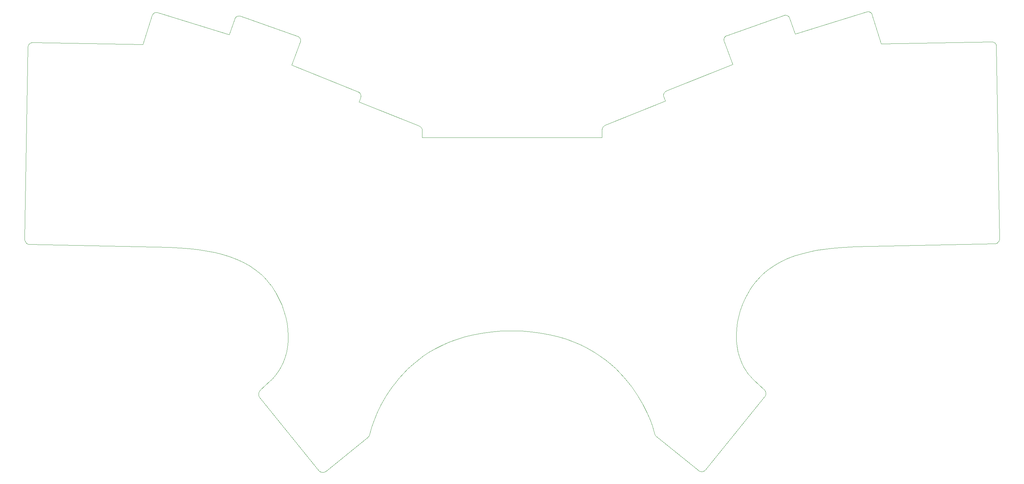
<source format=gbr>
%TF.GenerationSoftware,KiCad,Pcbnew,8.0.3*%
%TF.CreationDate,2024-06-12T18:49:01-04:00*%
%TF.ProjectId,Jack32v6-rounded,4a61636b-3332-4763-962d-726f756e6465,0.6*%
%TF.SameCoordinates,Original*%
%TF.FileFunction,Profile,NP*%
%FSLAX46Y46*%
G04 Gerber Fmt 4.6, Leading zero omitted, Abs format (unit mm)*
G04 Created by KiCad (PCBNEW 8.0.3) date 2024-06-12 18:49:01*
%MOMM*%
%LPD*%
G01*
G04 APERTURE LIST*
%TA.AperFunction,Profile*%
%ADD10C,0.100000*%
%TD*%
G04 APERTURE END LIST*
D10*
X46845555Y-38058659D02*
X46803313Y-38089911D01*
X84748596Y-45586207D02*
X84769705Y-45532448D01*
X231887607Y-37669503D02*
X231940127Y-37675105D01*
X211475694Y-39341578D02*
X211494424Y-39396368D01*
X100410538Y-59842210D02*
X100425094Y-59787047D01*
X134252094Y-120671837D02*
X136801017Y-120474029D01*
X176582475Y-147295059D02*
X176602892Y-147339784D01*
X189620983Y-156542624D02*
X189664225Y-156497991D01*
X46406028Y-38660904D02*
X44041288Y-46177397D01*
X78855510Y-131302948D02*
X78431772Y-131867741D01*
X100372768Y-59950602D02*
X100393096Y-59896764D01*
X13558183Y-97278726D02*
X13593478Y-97342445D01*
X207573855Y-103412364D02*
X206005238Y-104488191D01*
X265883461Y-96403492D02*
X265884326Y-96470741D01*
X189318248Y-156758964D02*
X189373209Y-156729198D01*
X82552765Y-51498062D02*
X84748596Y-45586207D01*
X131829146Y-120991719D02*
X134252094Y-120671837D01*
X194629489Y-44311414D02*
X194662351Y-44264451D01*
X119766510Y-125025762D02*
X121497520Y-124141741D01*
X125285724Y-122603670D02*
X127349006Y-121965651D01*
X116154176Y-67825651D02*
X116098993Y-67746412D01*
X194450679Y-45174551D02*
X194440438Y-45119028D01*
X211494424Y-39396368D02*
X212930157Y-43450208D01*
X73961887Y-137030049D02*
X73971886Y-137093352D01*
X178857025Y-59648667D02*
X178842471Y-59593504D01*
X66507637Y-101176080D02*
X68308122Y-101859921D01*
X264519954Y-45706486D02*
X264574634Y-45744624D01*
X91069655Y-157013067D02*
X91130970Y-156987950D01*
X194426598Y-44951482D02*
X194427716Y-44895599D01*
X13755072Y-97574023D02*
X13799362Y-97624573D01*
X14237754Y-46806961D02*
X14232243Y-46871855D01*
X74094720Y-137456551D02*
X74125395Y-137513394D01*
X189575465Y-156584862D02*
X189620983Y-156542624D01*
X76101175Y-107290861D02*
X76739814Y-108049231D01*
X14288408Y-97966084D02*
X14344145Y-97984302D01*
X163601570Y-67176842D02*
X163686486Y-67135310D01*
X264682145Y-97835190D02*
X264616637Y-97839235D01*
X265038898Y-46743955D02*
X265883461Y-96403492D01*
X179519235Y-58253064D02*
X179570426Y-58229827D01*
X211136646Y-38845596D02*
X211178397Y-38880995D01*
X189203955Y-156810685D02*
X189261787Y-156786137D01*
X204932692Y-135702241D02*
X204879410Y-135645757D01*
X14463495Y-46165698D02*
X14428101Y-46216983D01*
X265423129Y-97478370D02*
X265377506Y-97522755D01*
X265843146Y-96746851D02*
X265822903Y-96816136D01*
X194598812Y-44359842D02*
X194629489Y-44311414D01*
X15513681Y-45669670D02*
X15446970Y-45671932D01*
X205317175Y-136643825D02*
X205314722Y-136579001D01*
X84839852Y-45089137D02*
X84835816Y-45033382D01*
X205314722Y-136579001D02*
X205309083Y-136514042D01*
X163229364Y-67477547D02*
X163295310Y-67406633D01*
X163686486Y-67135310D02*
X163773835Y-67101123D01*
X47594243Y-37867604D02*
X47540190Y-37862313D01*
X218468565Y-99556250D02*
X216526257Y-99941354D01*
X188322934Y-156860247D02*
X188386354Y-156875910D01*
X265377506Y-97522755D02*
X265331234Y-97564190D01*
X198508704Y-127305198D02*
X199023347Y-128648755D01*
X74334904Y-135895776D02*
X74285214Y-135953506D01*
X194735003Y-44175307D02*
X194774978Y-44133323D01*
X265000332Y-46424018D02*
X265012447Y-46486191D01*
X176532379Y-147155997D02*
X176547183Y-147203119D01*
X155648288Y-123308322D02*
X157494375Y-124111831D01*
X102497910Y-147754228D02*
X102525493Y-147712544D01*
X123336244Y-123331705D02*
X125285724Y-122603670D01*
X176900050Y-147730325D02*
X176938270Y-147762687D01*
X264839470Y-46023445D02*
X264871501Y-46076381D01*
X116345320Y-68448885D02*
X116344834Y-68402379D01*
X84816887Y-45368089D02*
X84827129Y-45312566D01*
X210058692Y-38636272D02*
X210113108Y-38616114D01*
X90432159Y-157094522D02*
X90495958Y-157099770D01*
X15114598Y-45730662D02*
X15049912Y-45751604D01*
X91191325Y-156959616D02*
X91250589Y-156928032D01*
X90753203Y-157091545D02*
X90817379Y-157082021D01*
X13468421Y-97078457D02*
X13495412Y-97146428D01*
X84828831Y-44977844D02*
X84818867Y-44922610D01*
X46468637Y-38504858D02*
X46445560Y-38555446D01*
X205172876Y-137263012D02*
X205200684Y-137204949D01*
X84450062Y-44286733D02*
X84404881Y-44248558D01*
X205108689Y-137375383D02*
X205142201Y-137319856D01*
X67914360Y-39282788D02*
X67885862Y-39330078D01*
X205225597Y-137145767D02*
X205247585Y-137085564D01*
X102681212Y-147343937D02*
X103294470Y-145219577D01*
X14924102Y-45802354D02*
X14863422Y-45832079D01*
X203169913Y-107104358D02*
X202531274Y-107862728D01*
X102297772Y-147979506D02*
X102335098Y-147945122D01*
X74013506Y-136448378D02*
X73994835Y-136512887D01*
X74066912Y-137398489D02*
X74094720Y-137456551D01*
X265799164Y-96884916D02*
X265772173Y-96952887D01*
X176702190Y-147509302D02*
X176731241Y-147549104D01*
X84723921Y-44654238D02*
X84697338Y-44603176D01*
X102597727Y-147581223D02*
X102618197Y-147535497D01*
X194463684Y-45229764D02*
X194450679Y-45174551D01*
X210223548Y-38588829D02*
X210279388Y-38581289D01*
X176625108Y-147383617D02*
X176649087Y-147426512D01*
X13444683Y-97009677D02*
X13468421Y-97078457D01*
X216526257Y-99941354D02*
X214621218Y-100415676D01*
X116038202Y-67671090D02*
X115972256Y-67600176D01*
X265596907Y-97269959D02*
X265555488Y-97326688D01*
X91308633Y-156893164D02*
X91365328Y-156854981D01*
X210617242Y-38608506D02*
X210673156Y-38623194D01*
X178941129Y-58817972D02*
X178969154Y-58766699D01*
X178999839Y-58716591D02*
X179033028Y-58667777D01*
X68175043Y-39006025D02*
X68130921Y-39039134D01*
X99897384Y-58532845D02*
X99848605Y-58501474D01*
X46493823Y-38455766D02*
X46468637Y-38504858D01*
X212930157Y-43450208D02*
X231510259Y-37707270D01*
X178892948Y-58923501D02*
X178915919Y-58870281D01*
X232143802Y-37722920D02*
X232192752Y-37740964D01*
X200415576Y-131116448D02*
X200839314Y-131681243D01*
X68538844Y-38833770D02*
X68483746Y-38852952D01*
X189664225Y-156497991D02*
X189705061Y-156450995D01*
X265187336Y-97670909D02*
X265137281Y-97700654D01*
X264722693Y-45874865D02*
X264765194Y-45922605D01*
X265822903Y-96816136D02*
X265799164Y-96884916D01*
X163773835Y-67101123D02*
X179313563Y-60851456D01*
X47540190Y-37862313D02*
X47486410Y-37859823D01*
X211381702Y-39136540D02*
X211408153Y-39185505D01*
X188771638Y-156906237D02*
X188835437Y-156900989D01*
X232544548Y-37964883D02*
X232582445Y-38002035D01*
X47123771Y-37916458D02*
X47074821Y-37934502D01*
X78431772Y-131867741D02*
X77977738Y-132409483D01*
X56846126Y-99198755D02*
X58832955Y-99436506D01*
X162402261Y-126930741D02*
X163837998Y-127979985D01*
X77493397Y-132927074D02*
X76978738Y-133419414D01*
X79276944Y-112130546D02*
X79966703Y-113692224D01*
X107710978Y-136171903D02*
X108532270Y-134988846D01*
X195071757Y-43923814D02*
X195131575Y-43896876D01*
X231673325Y-37674066D02*
X231727379Y-37668775D01*
X68012597Y-39151845D02*
X67977681Y-39193584D01*
X90817379Y-157082021D02*
X90881241Y-157069444D01*
X202531274Y-107862728D02*
X201923214Y-108665420D01*
X91250589Y-156928032D02*
X91308633Y-156893164D01*
X116338278Y-70335047D02*
X116345320Y-68448885D01*
X79966703Y-113692224D02*
X80536440Y-115271685D01*
X231564692Y-37693261D02*
X231619071Y-37682210D01*
X187902264Y-156661446D02*
X187958959Y-156699629D01*
X194440438Y-45119028D02*
X194432989Y-45063284D01*
X264985759Y-46362917D02*
X265000332Y-46424018D01*
X116338288Y-70335047D02*
X162915208Y-70335047D01*
X13890079Y-97716297D02*
X13936352Y-97757731D01*
X84072957Y-44066020D02*
X69208879Y-38829810D01*
X211353204Y-39089250D02*
X211381702Y-39136540D01*
X211178397Y-38880995D02*
X211217822Y-38918594D01*
X90005810Y-156979672D02*
X90063641Y-157004219D01*
X205206729Y-136126997D02*
X205177978Y-136063861D01*
X84835816Y-45033382D02*
X84828831Y-44977844D01*
X231510259Y-37707270D02*
X231564692Y-37693261D01*
X116344834Y-68402379D02*
X116342096Y-68355934D01*
X121497520Y-124141741D02*
X123336244Y-123331705D01*
X204982383Y-135759970D02*
X204932692Y-135702241D01*
X188197939Y-156819533D02*
X188260086Y-156841466D01*
X104657103Y-141714206D02*
X105680312Y-139603941D01*
X194496774Y-44566070D02*
X194518964Y-44512929D01*
X162922250Y-68255345D02*
X162922736Y-68208838D01*
X73954957Y-136966218D02*
X73961887Y-137030049D01*
X189527798Y-156624671D02*
X189575465Y-156584862D01*
X202292349Y-133232920D02*
X204825997Y-135597660D01*
X201346982Y-109513728D02*
X200803831Y-110408948D01*
X264463052Y-45671111D02*
X264519954Y-45706486D01*
X84840970Y-45145020D02*
X84839852Y-45089137D01*
X149438065Y-121417553D02*
X151623104Y-121953227D01*
X78467256Y-110595452D02*
X79276944Y-112130546D01*
X205072367Y-137429494D02*
X205108689Y-137375383D01*
X188450217Y-156888487D02*
X188514393Y-156898011D01*
X109430836Y-133799626D02*
X110409720Y-132612257D01*
X46550231Y-38362282D02*
X46521046Y-38408224D01*
X103869940Y-143607459D02*
X104657103Y-141714206D01*
X194479420Y-45284580D02*
X194463684Y-45229764D01*
X199658940Y-129922104D02*
X200022122Y-130529702D01*
X189084698Y-156851771D02*
X189144882Y-156832574D01*
X68221582Y-38975291D02*
X68175043Y-39006025D01*
X232582445Y-38002035D02*
X232618747Y-38041050D01*
X100446165Y-59392966D02*
X100437629Y-59336834D01*
X176563893Y-147249489D02*
X176582475Y-147295059D01*
X67944951Y-39237260D02*
X67914360Y-39282788D01*
X194817509Y-44093194D02*
X194862689Y-44055019D01*
X80536440Y-115271685D02*
X80986060Y-116860132D01*
X195131575Y-43896876D02*
X195194598Y-43872480D01*
X265236268Y-97638257D02*
X265187336Y-97670909D01*
X264152972Y-45537123D02*
X264217658Y-45558065D01*
X13631057Y-97404138D02*
X13670677Y-97463501D01*
X176938270Y-147762687D02*
X187847046Y-156619914D01*
X179370178Y-58339302D02*
X179418956Y-58307931D01*
X264900301Y-46130884D02*
X264925998Y-46186871D01*
X108532270Y-134988846D02*
X109430836Y-133799626D01*
X116098993Y-67746412D02*
X116038202Y-67671090D01*
X265012447Y-46486191D02*
X265022232Y-46549354D01*
X100436763Y-59731384D02*
X100445546Y-59675329D01*
X14747618Y-45900025D02*
X14692937Y-45938163D01*
X84252512Y-44146734D02*
X84195805Y-44117354D01*
X232822016Y-38361908D02*
X232842910Y-38413941D01*
X77924105Y-109700232D02*
X78467256Y-110595452D01*
X210892281Y-38703387D02*
X210945467Y-38727766D01*
X67859411Y-39379044D02*
X67834959Y-39429597D01*
X232378475Y-37835939D02*
X232422019Y-37865121D01*
X84805893Y-44867768D02*
X84789877Y-44813406D01*
X100454577Y-59505896D02*
X100451814Y-59449357D01*
X194518964Y-45392672D02*
X194497857Y-45338912D01*
X176761910Y-147587782D02*
X176794162Y-147625289D01*
X13383260Y-96664278D02*
X13387101Y-96732544D01*
X265880485Y-96539005D02*
X265872180Y-96607981D01*
X205247585Y-137085564D02*
X205266619Y-137024438D01*
X99991447Y-58602818D02*
X99945050Y-58566669D01*
X264087394Y-45519191D02*
X264152972Y-45537123D01*
X179033028Y-58667777D02*
X179068569Y-58620385D01*
X194428366Y-45007406D02*
X194426598Y-44951482D01*
X265331234Y-97564190D02*
X265284194Y-97602687D01*
X54852045Y-99019139D02*
X56846126Y-99198755D01*
X73967368Y-136642587D02*
X73958515Y-136707581D01*
X179313563Y-60851456D02*
X178894792Y-59757061D01*
X264923449Y-97790767D02*
X264865995Y-97806130D01*
X163113390Y-67632108D02*
X163168572Y-67552869D01*
X68988172Y-38774827D02*
X68932042Y-38771082D01*
X14228675Y-46937491D02*
X13384125Y-96597027D01*
X178816123Y-59425446D02*
X178813113Y-59368932D01*
X89562540Y-156644541D02*
X89603375Y-156691535D01*
X200839314Y-131681243D02*
X201293348Y-132222986D01*
X81315473Y-118448764D02*
X81524585Y-120028782D01*
X194961368Y-43984922D02*
X195015053Y-43953196D01*
X84697338Y-44603176D02*
X84668755Y-44553382D01*
X129529132Y-121425662D02*
X131829146Y-120991719D01*
X264865995Y-97806130D02*
X264806705Y-97818648D01*
X205145811Y-136001379D02*
X205110196Y-135939651D01*
X163021664Y-67800381D02*
X163064269Y-67714776D01*
X168659040Y-132512851D02*
X170558001Y-134869437D01*
X231781159Y-37666285D02*
X231834593Y-37666545D01*
X75433209Y-106575518D02*
X76101175Y-107290861D01*
X102437672Y-147834215D02*
X102468626Y-147794799D01*
X176519520Y-147108169D02*
X176532379Y-147155997D01*
X14341572Y-46380409D02*
X14318849Y-46437799D01*
X197746500Y-119842277D02*
X197657782Y-121404882D01*
X188643166Y-156908033D02*
X188707505Y-156908596D01*
X74285214Y-135953506D02*
X74239086Y-136012384D01*
X176674793Y-147468423D02*
X176702190Y-147509302D01*
X80762381Y-127491703D02*
X80247739Y-128835258D01*
X84570079Y-44412588D02*
X84532568Y-44368846D01*
X116245901Y-67993924D02*
X116203296Y-67908319D01*
X100393096Y-59896764D02*
X100410538Y-59842210D01*
X70041323Y-102664063D02*
X71697235Y-103598867D01*
X232861547Y-38467366D02*
X235226287Y-45983857D01*
X116203296Y-67908319D02*
X116154176Y-67825651D01*
X99848605Y-58501474D02*
X99798868Y-58472686D01*
X264620148Y-97846267D02*
X228388952Y-98606365D01*
X89646616Y-156736167D02*
X89692134Y-156778403D01*
X100036422Y-58641164D02*
X99991447Y-58602818D01*
X162937479Y-68069931D02*
X162946635Y-68024037D01*
X176602892Y-147339784D02*
X176625108Y-147383617D01*
X100079819Y-58681576D02*
X100036422Y-58641164D01*
X163365957Y-67340615D02*
X163440852Y-67279984D01*
X84834578Y-45256822D02*
X84839202Y-45200944D01*
X116330088Y-68263473D02*
X116320932Y-68217579D01*
X264021146Y-45504311D02*
X264087394Y-45519191D01*
X100426207Y-59281068D02*
X100411898Y-59225776D01*
X73950423Y-136837365D02*
X73951126Y-136901957D01*
X160868391Y-125930996D02*
X162402261Y-126930741D01*
X14522130Y-98021867D02*
X14585445Y-98028726D01*
X47275492Y-37876838D02*
X47224180Y-37887574D01*
X232773752Y-38262228D02*
X232798939Y-38311319D01*
X265035329Y-46678318D02*
X265038898Y-46743955D01*
X204533923Y-105715402D02*
X203837879Y-106389014D01*
X74445089Y-135784153D02*
X74388187Y-135839292D01*
X90495958Y-157099770D02*
X90560091Y-157102129D01*
X100374621Y-59117047D02*
X100351652Y-59063827D01*
X81524585Y-120028782D02*
X81613303Y-121591388D01*
X100121484Y-58723927D02*
X100079819Y-58681576D01*
X13525414Y-97213286D02*
X13558183Y-97278726D01*
X46424666Y-38607479D02*
X46406028Y-38660904D01*
X265772173Y-96952887D02*
X265742171Y-97019745D01*
X264806705Y-97818648D02*
X264745462Y-97828332D01*
X178815752Y-59255811D02*
X178821401Y-59199421D01*
X189023532Y-156868244D02*
X189084698Y-156851771D01*
X179418956Y-58307931D02*
X179468693Y-58279142D01*
X69044014Y-38782367D02*
X68988172Y-38774827D01*
X91420545Y-156813449D02*
X102258930Y-148012529D01*
X14591128Y-46022563D02*
X14544879Y-46068405D01*
X170558001Y-134869437D02*
X172147607Y-137201265D01*
X66337408Y-43643749D02*
X47757307Y-37900808D01*
X73994835Y-136512887D02*
X73979465Y-136577656D01*
X102525493Y-147712544D02*
X102551344Y-147669788D01*
X199304382Y-113505720D02*
X198734645Y-115085181D01*
X210391839Y-38577386D02*
X210448267Y-38580609D01*
X232287776Y-37783997D02*
X232333703Y-37808880D01*
X47432977Y-37860083D02*
X47379964Y-37863041D01*
X142157520Y-120473493D02*
X144708244Y-120669730D01*
X228388952Y-98606365D02*
X224419049Y-98832636D01*
X232043392Y-37694035D02*
X232093991Y-37707260D01*
X178822019Y-59481785D02*
X178816123Y-59425446D01*
X194461672Y-44674230D02*
X194477687Y-44619867D01*
X15446970Y-45671932D02*
X15380042Y-45677410D01*
X188961513Y-156881960D02*
X189023532Y-156868244D01*
X265674106Y-97148904D02*
X265636527Y-97210596D01*
X68270585Y-38947022D02*
X68221582Y-38975291D01*
X14255122Y-46679729D02*
X14245338Y-46742891D01*
X210945467Y-38727766D02*
X210996981Y-38753484D01*
X68932042Y-38771082D02*
X68875716Y-38770924D01*
X14640700Y-45979023D02*
X14591128Y-46022563D01*
X178855669Y-59032230D02*
X178872865Y-58977520D01*
X116337162Y-68309612D02*
X116330088Y-68263473D01*
X210783810Y-38659414D02*
X210838365Y-38680535D01*
X115665994Y-67370386D02*
X115581076Y-67328854D01*
X210838365Y-38680535D02*
X210892281Y-38703387D01*
X179187747Y-58488034D02*
X179231143Y-58447622D01*
X194432989Y-45063284D02*
X194428366Y-45007406D01*
X162930407Y-68116070D02*
X162937479Y-68069931D01*
X210335515Y-38577544D02*
X210391839Y-38577386D01*
X110409720Y-132612257D02*
X111471967Y-131434754D01*
X115748024Y-67418774D02*
X115665994Y-67370386D01*
X188076269Y-156766081D02*
X188136624Y-156794415D01*
X99697134Y-58423373D02*
X82552765Y-51498062D01*
X90881241Y-157069444D02*
X90944661Y-157053781D01*
X68429193Y-38874073D02*
X68375280Y-38896925D01*
X84770788Y-44759610D02*
X84748596Y-44706469D01*
X14298971Y-46496508D02*
X14281810Y-46556455D01*
X77347874Y-108851923D02*
X77924105Y-109700232D01*
X73979465Y-136577656D02*
X73967368Y-136642587D01*
X89949349Y-156952500D02*
X90005810Y-156979672D01*
X100411898Y-59225776D02*
X100394703Y-59171066D01*
X198114919Y-125900233D02*
X198508704Y-127305198D01*
X264765194Y-45922605D02*
X264804077Y-45972159D01*
X102468626Y-147794799D02*
X102497910Y-147754228D01*
X163168572Y-67552869D02*
X163229364Y-67477547D01*
X205110196Y-135939651D02*
X205071106Y-135878774D01*
X162957816Y-67978449D02*
X162986029Y-67888436D01*
X264925998Y-46186871D02*
X264948721Y-46244261D01*
X106963917Y-137340781D02*
X107710978Y-136171903D01*
X205300230Y-136449048D02*
X205288133Y-136384117D01*
X73952876Y-136772540D02*
X73950423Y-136837365D01*
X68130921Y-39039134D02*
X68089170Y-39074533D01*
X159233420Y-124988708D02*
X160868391Y-125930996D01*
X50882145Y-98792869D02*
X54852045Y-99019139D01*
X176731241Y-147549104D02*
X176761910Y-147587782D01*
X264979186Y-97772548D02*
X264923449Y-97790767D01*
X188017004Y-156734496D02*
X188076269Y-156766081D01*
X46581306Y-38317995D02*
X46550231Y-38362282D01*
X81581534Y-123127782D02*
X81429186Y-124629166D01*
X176863268Y-147696607D02*
X176900050Y-147730325D01*
X178829937Y-59143289D02*
X178841359Y-59087522D01*
X68819287Y-38774147D02*
X68762848Y-38780546D01*
X102405079Y-147872435D02*
X102437672Y-147834215D01*
X13936352Y-97757731D02*
X13983393Y-97796227D01*
X205288133Y-136384117D02*
X205272763Y-136319348D01*
X102618197Y-147535497D02*
X102636811Y-147488865D01*
X198734645Y-115085181D02*
X198285024Y-116673627D01*
X74276181Y-137726612D02*
X89562540Y-156644541D01*
X102370877Y-147909418D02*
X102405079Y-147872435D01*
X46979798Y-37977535D02*
X46933871Y-38002418D01*
X147134102Y-120987069D02*
X149438065Y-121417553D01*
X205305711Y-136836509D02*
X205312640Y-136772678D01*
X14460888Y-98012184D02*
X14522130Y-98021867D01*
X188835437Y-156900989D02*
X188898772Y-156892886D01*
X232798939Y-38311319D02*
X232822016Y-38361908D01*
X15380042Y-45677410D02*
X15313119Y-45686063D01*
X197689551Y-122941276D02*
X197841899Y-124442660D01*
X46762446Y-38123183D02*
X46723027Y-38158421D01*
X194570227Y-44409635D02*
X194598812Y-44359842D01*
X74125395Y-137513394D02*
X74158907Y-137568921D01*
X13387101Y-96732544D02*
X13395406Y-96801521D01*
X165178575Y-129070774D02*
X166426960Y-130195152D01*
X179231143Y-58447622D02*
X179276116Y-58409276D01*
X178841359Y-59087522D02*
X178855669Y-59032230D01*
X14396069Y-46269919D02*
X14367269Y-46324422D01*
X210962967Y-101673418D02*
X209229766Y-102477560D01*
X224419049Y-98832636D02*
X222424966Y-99012252D01*
X113858722Y-129141406D02*
X115189318Y-128041591D01*
X115972256Y-67600176D02*
X115901609Y-67534158D01*
X99798868Y-58472686D02*
X99748326Y-58446609D01*
X194431752Y-44839844D02*
X194438736Y-44784306D01*
X100234541Y-58861319D02*
X100199000Y-58813927D01*
X265468222Y-97431027D02*
X265423129Y-97478370D01*
X68762848Y-38780546D02*
X68706491Y-38789914D01*
X64649872Y-100602179D02*
X66507637Y-101176080D01*
X265085983Y-97727501D02*
X265033324Y-97751463D01*
X118140168Y-125975754D02*
X119766510Y-125025762D01*
X232192752Y-37740964D02*
X232240768Y-37761341D01*
X89739800Y-156818211D02*
X89789484Y-156855557D01*
X13407933Y-96870904D02*
X13424439Y-96940391D01*
X100451814Y-59449357D02*
X100446165Y-59392966D01*
X73951126Y-136901957D02*
X73954957Y-136966218D01*
X205200684Y-137204949D02*
X205225597Y-137145767D01*
X47074821Y-37934502D02*
X47026806Y-37954879D01*
X209229766Y-102477560D02*
X207573855Y-103412364D01*
X264968598Y-46302970D02*
X264985759Y-46362917D01*
X67834959Y-39429597D02*
X67812462Y-39481650D01*
X194448699Y-44729072D02*
X194461672Y-44674230D01*
X205177978Y-136063861D02*
X205145811Y-136001379D01*
X194543642Y-44460697D02*
X194570227Y-44409635D01*
X178821401Y-59199421D02*
X178829937Y-59143289D01*
X264343468Y-45608815D02*
X264404149Y-45638541D01*
X105680312Y-139603941D02*
X106963917Y-137340781D01*
X13983393Y-97796227D02*
X14031321Y-97831796D01*
X231834593Y-37666545D02*
X231887607Y-37669503D01*
X73971886Y-137093352D02*
X73984926Y-137156027D01*
X194427716Y-44895599D02*
X194431752Y-44839844D01*
X231940127Y-37675105D02*
X231992080Y-37683300D01*
X115826713Y-67473528D02*
X115748024Y-67418774D01*
X84748596Y-44706469D02*
X84723921Y-44654238D01*
X205266619Y-137024438D02*
X205282671Y-136962487D01*
X90624430Y-157101566D02*
X90688843Y-157098049D01*
X100298416Y-58960243D02*
X100267731Y-58910134D01*
X115581076Y-67328854D02*
X115493725Y-67294668D01*
X205254092Y-136254840D02*
X205232090Y-136190690D01*
X201777689Y-132740579D02*
X202292349Y-133232920D01*
X79612146Y-130108606D02*
X79248964Y-130716203D01*
X100437629Y-59336834D02*
X100426207Y-59281068D01*
X74089620Y-136257398D02*
X74060870Y-136320535D01*
X81429186Y-124629166D02*
X81156166Y-126086739D01*
X211217822Y-38918594D02*
X211254969Y-38958307D01*
X91130970Y-156987950D02*
X91191325Y-156959616D01*
X68594397Y-38816732D02*
X68538844Y-38833770D01*
X232717344Y-38168744D02*
X232746530Y-38214686D01*
X201293348Y-132222986D02*
X201777689Y-132740579D01*
X189373209Y-156729198D02*
X189426541Y-156696872D01*
X84769705Y-45532448D02*
X84788144Y-45478117D01*
X265022232Y-46549354D02*
X265029816Y-46613424D01*
X176827960Y-147661580D02*
X176863268Y-147696607D01*
X210996981Y-38753484D02*
X211045985Y-38781753D01*
X115493725Y-67294668D02*
X99954008Y-61045002D01*
X211254969Y-38958307D02*
X211289884Y-39000046D01*
X84668755Y-44553382D02*
X84638080Y-44504954D01*
X205282671Y-136962487D02*
X205295711Y-136899812D01*
X179276116Y-58409276D02*
X179322513Y-58373127D01*
X204991415Y-137533076D02*
X205033267Y-137482092D01*
X232618747Y-38041050D02*
X232653379Y-38081874D01*
X265512512Y-97380479D02*
X265468222Y-97431027D01*
X91365328Y-156854981D02*
X91420545Y-156813449D01*
X264745462Y-97828332D02*
X264682145Y-97835190D01*
X14986340Y-45775515D02*
X14924102Y-45802354D01*
X198285024Y-116673627D02*
X197955611Y-118262258D01*
X231619071Y-37682210D02*
X231673325Y-37674066D01*
X14544879Y-46068405D02*
X14502378Y-46116144D01*
X67977681Y-39193584D02*
X67944951Y-39237260D01*
X200803831Y-110408948D02*
X199994141Y-111944043D01*
X115189318Y-128041591D02*
X116615453Y-126983702D01*
X265033324Y-97751463D02*
X264979186Y-97772548D01*
X14181609Y-97921038D02*
X14234269Y-97944999D01*
X162922736Y-68208838D02*
X162925473Y-68162393D01*
X89692134Y-156778403D02*
X89739800Y-156818211D01*
X197955611Y-118262258D02*
X197746500Y-119842277D01*
X196714795Y-51304521D02*
X194518964Y-45392672D01*
X163837998Y-127979985D02*
X165178575Y-129070774D01*
X73984926Y-137156027D02*
X74000978Y-137217978D01*
X102636811Y-147488865D02*
X102653539Y-147441366D01*
X99748326Y-58446609D02*
X99697134Y-58423373D01*
X116615453Y-126983702D02*
X118140168Y-125975754D01*
X199994141Y-111944043D02*
X199304382Y-113505720D01*
X189261787Y-156786137D02*
X189318248Y-156758964D01*
X189426541Y-156696872D02*
X189478114Y-156662019D01*
X84605219Y-44457990D02*
X84570079Y-44412588D01*
X167586125Y-131345162D02*
X168659040Y-132512851D01*
X14585445Y-98028726D02*
X14650950Y-98032770D01*
X210728709Y-38640232D02*
X210783810Y-38659414D01*
X14080254Y-97864447D02*
X14130310Y-97894191D01*
X47224180Y-37887574D02*
X47173582Y-37900798D01*
X90368824Y-157086419D02*
X90432159Y-157094522D01*
X204879410Y-135645757D02*
X204822507Y-135590618D01*
X100326441Y-59011517D02*
X100298416Y-58960243D01*
X178874466Y-59703223D02*
X178857025Y-59648667D01*
X84789877Y-44813406D02*
X84770788Y-44759610D01*
X68706491Y-38789914D02*
X68650310Y-38802044D01*
X264948721Y-46244261D02*
X264968598Y-46302970D01*
X47379964Y-37863041D02*
X47327445Y-37868643D01*
X197657782Y-121404882D02*
X197689551Y-122941276D01*
X90944661Y-157053781D02*
X91007509Y-157035000D01*
X74196491Y-136072310D02*
X74157402Y-136133187D01*
X46648829Y-38234588D02*
X46614196Y-38275412D01*
X44041288Y-46177397D02*
X15579955Y-45670667D01*
X232333703Y-37808880D02*
X232378475Y-37835939D01*
X264804077Y-45972159D02*
X264839470Y-46023445D01*
X15579955Y-45670667D02*
X15513681Y-45669670D01*
X178842471Y-59593504D02*
X178830802Y-59537840D01*
X90688843Y-157098049D02*
X90753203Y-157091545D01*
X100454453Y-59562477D02*
X100454577Y-59505896D01*
X205295711Y-136899812D02*
X205305711Y-136836509D01*
X68483746Y-38852952D02*
X68429193Y-38874073D01*
X127349006Y-121965651D02*
X129529132Y-121425662D01*
X84839202Y-45200944D02*
X84840970Y-45145020D01*
X13395406Y-96801521D02*
X13407933Y-96870904D01*
X265872180Y-96607981D02*
X265859653Y-96677364D01*
X231992080Y-37683300D02*
X232043392Y-37694035D01*
X74042000Y-137339307D02*
X74066912Y-137398489D01*
X46521046Y-38408224D02*
X46493823Y-38455766D01*
X13424439Y-96940391D02*
X13444683Y-97009677D01*
X210673156Y-38623194D02*
X210728709Y-38640232D01*
X195194598Y-43872480D02*
X210058692Y-38636272D01*
X13670677Y-97463501D02*
X13712096Y-97520231D01*
X102258930Y-148012529D02*
X102297772Y-147979506D01*
X90560091Y-157102129D02*
X90624430Y-157101566D01*
X178830802Y-59537840D02*
X178822019Y-59481785D01*
X187847046Y-156619914D02*
X187902264Y-156661446D01*
X232686270Y-38124456D02*
X232717344Y-38168744D01*
X116281538Y-68081978D02*
X116245901Y-67993924D01*
X162986029Y-67888436D02*
X163021664Y-67800381D01*
X84818867Y-44922610D02*
X84805893Y-44867768D01*
X263820596Y-45478391D02*
X263887525Y-45483870D01*
X69099474Y-38793906D02*
X69044014Y-38782367D01*
X210448267Y-38580609D02*
X210504705Y-38587008D01*
X111471967Y-131434754D02*
X112620619Y-130275132D01*
X80986060Y-116860132D02*
X81315473Y-118448764D01*
X102551344Y-147669788D02*
X102575433Y-147626000D01*
X232746530Y-38214686D02*
X232773752Y-38262228D01*
X91007509Y-157035000D02*
X91069655Y-157013067D01*
X163295310Y-67406633D02*
X163365957Y-67340615D01*
X211455103Y-39288112D02*
X211475694Y-39341578D01*
X74158907Y-137568921D02*
X74195229Y-137623032D01*
X115901609Y-67534158D02*
X115826713Y-67473528D01*
X263753884Y-45476130D02*
X263820596Y-45478391D01*
X47327445Y-37868643D02*
X47275492Y-37876838D01*
X14401599Y-97999666D02*
X14460888Y-98012184D01*
X100351652Y-59063827D02*
X100326441Y-59011517D01*
X178813113Y-59368932D02*
X178812989Y-59312351D01*
X84135984Y-44090416D02*
X84072957Y-44066020D01*
X265884326Y-96470741D02*
X265880485Y-96539005D01*
X13844455Y-97671914D02*
X13890079Y-97716297D01*
X15246423Y-45697850D02*
X15180175Y-45712730D01*
X210113108Y-38616114D02*
X210168091Y-38600368D01*
X178812989Y-59312351D02*
X178815752Y-59255811D01*
X14281810Y-46556455D02*
X14267237Y-46617556D01*
X47757307Y-37900808D02*
X47702875Y-37886799D01*
X206005238Y-104488191D02*
X205256793Y-105082226D01*
X14863422Y-45832079D02*
X14804520Y-45864650D01*
X176794162Y-147625289D02*
X176827960Y-147661580D01*
X71697235Y-103598867D02*
X73265850Y-104674694D01*
X194910611Y-44018896D02*
X194961368Y-43984922D01*
X153692188Y-122586135D02*
X155648288Y-123308322D01*
X189478114Y-156662019D02*
X189527798Y-156624671D01*
X179106305Y-58574545D02*
X179146082Y-58530385D01*
X13799362Y-97624573D02*
X13844455Y-97671914D01*
X81613303Y-121591388D02*
X81581534Y-123127782D01*
X73958515Y-136707581D02*
X73952876Y-136772540D01*
X84195805Y-44117354D02*
X84135984Y-44090416D01*
X194774978Y-44133323D02*
X194817509Y-44093194D01*
X14245338Y-46742891D02*
X14237754Y-46806961D01*
X194438736Y-44784306D02*
X194448699Y-44729072D01*
X15313119Y-45686063D02*
X15246423Y-45697850D01*
X265859653Y-96677364D02*
X265843146Y-96746851D01*
X90122714Y-157026108D02*
X90182898Y-157045305D01*
X264217658Y-45558065D02*
X264281231Y-45581976D01*
X188707505Y-156908596D02*
X188771638Y-156906237D01*
X232464262Y-37896373D02*
X232505129Y-37929645D01*
X14344145Y-97984302D02*
X14401599Y-97999666D01*
X84827129Y-45312566D02*
X84834578Y-45256822D01*
X67812462Y-39481650D02*
X67791871Y-39535116D01*
X80247739Y-128835258D02*
X79612146Y-130108606D01*
X13384125Y-96597027D02*
X13383260Y-96664278D01*
X211289884Y-39000046D02*
X211322614Y-39043722D01*
X139478961Y-120406313D02*
X142157520Y-120473493D01*
X89789484Y-156855557D02*
X89841056Y-156890409D01*
X14650950Y-98032770D02*
X50882145Y-98792869D01*
X102653539Y-147441366D02*
X102668350Y-147393043D01*
X84638080Y-44504954D02*
X84605219Y-44457990D01*
X68049744Y-39112132D02*
X68012597Y-39151845D01*
X176547183Y-147203119D02*
X176563893Y-147249489D01*
X188136624Y-156794415D02*
X188197939Y-156819533D01*
X264626872Y-45785483D02*
X264676444Y-45829022D01*
X90244064Y-157061778D02*
X90306083Y-157075494D01*
X47173582Y-37900798D02*
X47123771Y-37916458D01*
X178872865Y-58977520D02*
X178892948Y-58923501D01*
X205312640Y-136772678D02*
X205316472Y-136708417D01*
X13593478Y-97342445D02*
X13631057Y-97404138D01*
X265029816Y-46613424D02*
X265035329Y-46678318D01*
X14692937Y-45938163D02*
X14640700Y-45979023D01*
X15180175Y-45712730D02*
X15114598Y-45730662D01*
X175887740Y-145008087D02*
X176519520Y-147108169D01*
X74157402Y-136133187D02*
X74121787Y-136194916D01*
X47026806Y-37954879D02*
X46979798Y-37977535D01*
X205316472Y-136708417D02*
X205317175Y-136643825D01*
X220438137Y-99250003D02*
X218468565Y-99556250D01*
X74195229Y-137623032D02*
X74234329Y-137675628D01*
X163064269Y-67714776D02*
X163113390Y-67632108D01*
X84404881Y-44248558D02*
X84356957Y-44212434D01*
X84356957Y-44212434D02*
X84306199Y-44178461D01*
X46445560Y-38555446D02*
X46424666Y-38607479D01*
X201923214Y-108665420D02*
X201346982Y-109513728D01*
X47486410Y-37859823D02*
X47432977Y-37860083D01*
X76978738Y-133419414D02*
X74445089Y-135784153D01*
X47702875Y-37886799D02*
X47648496Y-37875748D01*
X188898772Y-156892886D02*
X188961513Y-156881960D01*
X116342096Y-68355934D02*
X116337162Y-68309612D01*
X14428101Y-46216983D02*
X14396069Y-46269919D01*
X205256793Y-105082226D02*
X204533923Y-105715402D01*
X62744833Y-100127857D02*
X64649872Y-100602179D01*
X14234269Y-97944999D02*
X14288408Y-97966084D01*
X47648496Y-37875748D02*
X47594243Y-37867604D01*
X178969154Y-58766699D02*
X178999839Y-58716591D01*
X74737166Y-105901905D02*
X75433209Y-106575518D01*
X84306199Y-44178461D02*
X84252512Y-44146734D01*
X264574634Y-45744624D02*
X264626872Y-45785483D01*
X14318849Y-46437799D02*
X14298971Y-46496508D01*
X14367269Y-46324422D02*
X14341572Y-46380409D01*
X15049912Y-45751604D02*
X14986340Y-45775515D01*
X232240768Y-37761341D02*
X232287776Y-37783997D01*
X157494375Y-124111831D02*
X159233420Y-124988708D01*
X189144882Y-156832574D02*
X189203955Y-156810685D01*
X194477687Y-44619867D02*
X194496774Y-44566070D01*
X14232243Y-46871855D02*
X14228675Y-46937491D01*
X74020012Y-137279104D02*
X74042000Y-137339307D01*
X197841899Y-124442660D02*
X198114919Y-125900233D01*
X136801017Y-120474029D02*
X139478961Y-120406313D01*
X67885862Y-39330078D02*
X67859411Y-39379044D01*
X74060870Y-136320535D02*
X74035508Y-136384227D01*
X264676444Y-45829022D02*
X264722693Y-45874865D01*
X235226287Y-45983857D02*
X263687609Y-45477126D01*
X81156166Y-126086739D02*
X80762381Y-127491703D01*
X265284194Y-97602687D02*
X265236268Y-97638257D01*
X195015053Y-43953196D02*
X195071757Y-43923814D01*
X265636527Y-97210596D02*
X265596907Y-97269959D01*
X99945050Y-58566669D02*
X99897384Y-58532845D01*
X74035508Y-136384227D02*
X74013506Y-136448378D01*
X232653379Y-38081874D02*
X232686270Y-38124456D01*
X188514393Y-156898011D02*
X188578753Y-156904516D01*
X103294470Y-145219577D02*
X103869940Y-143607459D01*
X99954008Y-61045002D02*
X100372768Y-59950602D01*
X264404149Y-45638541D02*
X264463052Y-45671111D01*
X79248964Y-130716203D02*
X78855510Y-131302948D01*
X69208879Y-38829810D02*
X69154460Y-38809652D01*
X212763453Y-100989577D02*
X210962967Y-101673418D01*
X162915208Y-70335047D02*
X162922250Y-68255345D01*
X14267237Y-46617556D02*
X14255122Y-46679729D01*
X265137281Y-97700654D02*
X265085983Y-97727501D01*
X179570426Y-58229827D02*
X196714795Y-51304521D01*
X90306083Y-157075494D02*
X90368824Y-157086419D01*
X173451620Y-139444690D02*
X174493805Y-141536065D01*
X178915919Y-58870281D02*
X178941129Y-58817972D01*
X205232090Y-136190690D02*
X205206729Y-136126997D01*
X84492593Y-44326862D02*
X84450062Y-44286733D01*
X46614196Y-38275412D02*
X46581306Y-38317995D01*
X163440852Y-67279984D02*
X163519540Y-67225230D01*
X178894792Y-59757061D02*
X178874466Y-59703223D01*
X68875716Y-38770924D02*
X68819287Y-38774147D01*
X67791871Y-39535116D02*
X67773141Y-39589906D01*
X199023347Y-128648755D02*
X199658940Y-129922104D01*
X179468693Y-58279142D02*
X179519235Y-58253064D01*
X116309751Y-68171991D02*
X116281538Y-68081978D01*
X14804520Y-45864650D02*
X14747618Y-45900025D01*
X151623104Y-121953227D02*
X153692188Y-122586135D01*
X13712096Y-97520231D02*
X13755072Y-97574023D01*
X194697492Y-44219049D02*
X194735003Y-44175307D01*
X163519540Y-67225230D02*
X163601570Y-67176842D01*
X210561061Y-38596376D02*
X210617242Y-38608506D01*
X232422019Y-37865121D02*
X232464262Y-37896373D01*
X205028512Y-135818848D02*
X204982383Y-135759970D01*
X74121787Y-136194916D02*
X74089620Y-136257398D01*
X74234329Y-137675628D02*
X74276181Y-137726612D01*
X265742171Y-97019745D02*
X265709401Y-97085185D01*
X46803313Y-38089911D02*
X46762446Y-38123183D01*
X112620619Y-130275132D02*
X113858722Y-129141406D01*
X46933871Y-38002418D02*
X46889099Y-38029477D01*
X84803881Y-45423301D02*
X84816887Y-45368089D01*
X211045985Y-38781753D02*
X211092524Y-38812487D01*
X100451443Y-59618991D02*
X100454453Y-59562477D01*
X179068569Y-58620385D02*
X179106305Y-58574545D01*
X58832955Y-99436506D02*
X60802526Y-99742753D01*
X205142201Y-137319856D02*
X205172876Y-137263012D01*
X210504705Y-38587008D02*
X210561061Y-38596376D01*
X263954449Y-45492523D02*
X264021146Y-45504311D01*
X89603375Y-156691535D02*
X89646616Y-156736167D01*
X205033267Y-137482092D02*
X205072367Y-137429494D01*
X211322614Y-39043722D02*
X211353204Y-39089250D01*
X89841056Y-156890409D02*
X89894388Y-156922734D01*
X205272763Y-136319348D02*
X205254092Y-136254840D01*
X100445546Y-59675329D02*
X100451443Y-59618991D01*
X68375280Y-38896925D02*
X68322099Y-38921304D01*
X144708244Y-120669730D02*
X147134102Y-120987069D01*
X265555488Y-97326688D02*
X265512512Y-97380479D01*
X74000978Y-137217978D02*
X74020012Y-137279104D01*
X265709401Y-97085185D02*
X265674106Y-97148904D01*
X74014296Y-105268729D02*
X74737166Y-105901905D01*
X100425094Y-59787047D02*
X100436763Y-59731384D01*
X188386354Y-156875910D02*
X188450217Y-156888487D01*
X74388187Y-135839292D02*
X74334904Y-135895776D01*
X211408153Y-39185505D02*
X211432605Y-39236059D01*
X263887525Y-45483870D02*
X263954449Y-45492523D01*
X222424966Y-99012252D02*
X220438137Y-99250003D01*
X264871501Y-46076381D02*
X264900301Y-46130884D01*
X68650310Y-38802044D02*
X68594397Y-38816732D01*
X174493805Y-141536065D02*
X175297924Y-143411746D01*
X68322099Y-38921304D02*
X68270585Y-38947022D01*
X14502378Y-46116144D02*
X14463495Y-46165698D01*
X14130310Y-97894191D02*
X14181609Y-97921038D01*
X68089170Y-39074533D02*
X68049744Y-39112132D01*
X264281231Y-45581976D02*
X264343468Y-45608815D01*
X179322513Y-58373127D02*
X179370178Y-58339302D01*
X13495412Y-97146428D02*
X13525414Y-97213286D01*
X172147607Y-137201265D02*
X173451620Y-139444690D01*
X77977738Y-132409483D02*
X77493397Y-132927074D01*
X188578753Y-156904516D02*
X188643166Y-156908033D01*
X102668350Y-147393043D02*
X102681212Y-147343937D01*
X90182898Y-157045305D02*
X90244064Y-157061778D01*
X102575433Y-147626000D02*
X102597727Y-147581223D01*
X188260086Y-156841466D02*
X188322934Y-156860247D01*
X231727379Y-37668775D02*
X231781159Y-37666285D01*
X60802526Y-99742753D02*
X62744833Y-100127857D01*
X194862689Y-44055019D02*
X194910611Y-44018896D01*
X100199000Y-58813927D02*
X100161263Y-58768087D01*
X162925473Y-68162393D02*
X162930407Y-68116070D01*
X203837879Y-106389014D02*
X203169913Y-107104358D01*
X14031321Y-97831796D02*
X14080254Y-97864447D01*
X210279388Y-38581289D02*
X210335515Y-38577544D01*
X90063641Y-157004219D02*
X90122714Y-157026108D01*
X187958959Y-156699629D02*
X188017004Y-156734496D01*
X194518964Y-44512929D02*
X194543642Y-44460697D01*
X67773141Y-39589906D02*
X66337408Y-43643749D01*
X68308122Y-101859921D02*
X70041323Y-102664063D01*
X69154460Y-38809652D02*
X69099474Y-38793906D01*
X46889099Y-38029477D02*
X46845555Y-38058659D01*
X205309083Y-136514042D02*
X205300230Y-136449048D01*
X211092524Y-38812487D02*
X211136646Y-38845596D01*
X74239086Y-136012384D02*
X74196491Y-136072310D01*
X100394703Y-59171066D02*
X100374621Y-59117047D01*
X210168091Y-38600368D02*
X210223548Y-38588829D01*
X116320932Y-68217579D02*
X116309751Y-68171991D01*
X194662351Y-44264451D02*
X194697492Y-44219049D01*
X189705061Y-156450995D02*
X204991415Y-137533076D01*
X175297924Y-143411746D02*
X175887740Y-145008087D01*
X46685130Y-38195573D02*
X46648829Y-38234588D01*
X102335098Y-147945122D02*
X102370877Y-147909418D01*
X76739814Y-108049231D02*
X77347874Y-108851923D01*
X232505129Y-37929645D02*
X232544548Y-37964883D01*
X211432605Y-39236059D02*
X211455103Y-39288112D01*
X179146082Y-58530385D02*
X179187747Y-58488034D01*
X263687609Y-45477126D02*
X263753884Y-45476130D01*
X100161263Y-58768087D02*
X100121484Y-58723927D01*
X73265850Y-104674694D02*
X74014296Y-105268729D01*
X194497857Y-45338912D02*
X194479420Y-45284580D01*
X84788144Y-45478117D02*
X84803881Y-45423301D01*
X176649087Y-147426512D02*
X176674793Y-147468423D01*
X232842910Y-38413941D02*
X232861547Y-38467366D01*
X84532568Y-44368846D02*
X84492593Y-44326862D01*
X89894388Y-156922734D02*
X89949349Y-156952500D01*
X214621218Y-100415676D02*
X212763453Y-100989577D01*
X200022122Y-130529702D02*
X200415576Y-131116448D01*
X46723027Y-38158421D02*
X46685130Y-38195573D01*
X166426960Y-130195152D02*
X167586125Y-131345162D01*
X205071106Y-135878774D02*
X205028512Y-135818848D01*
X162946635Y-68024037D02*
X162957816Y-67978449D01*
X232093991Y-37707260D02*
X232143802Y-37722920D01*
X100267731Y-58910134D02*
X100234541Y-58861319D01*
M02*

</source>
